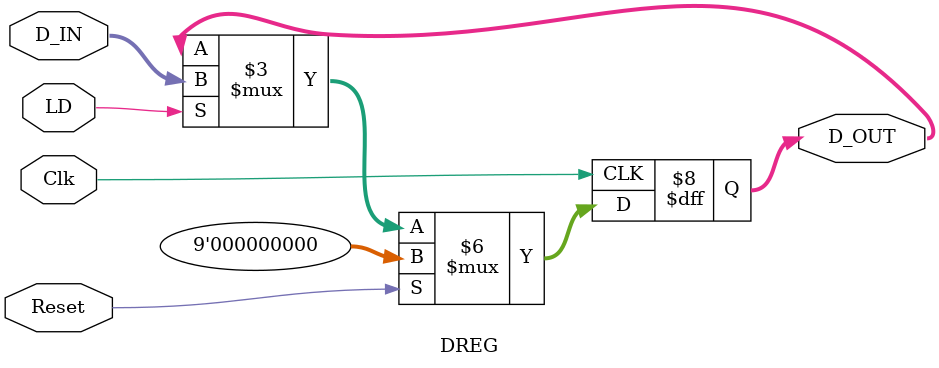
<source format=sv>
module DREG(input Clk, Reset, LD, input [8:0] D_IN, output [8:0] D_OUT);
    always_ff @ (posedge Clk)
    begin
        if(Reset)
            D_OUT <= 9'd0;
        else if(LD)
            D_OUT <= D_IN;
        else
            D_OUT <= D_OUT;
    end
endmodule 
</source>
